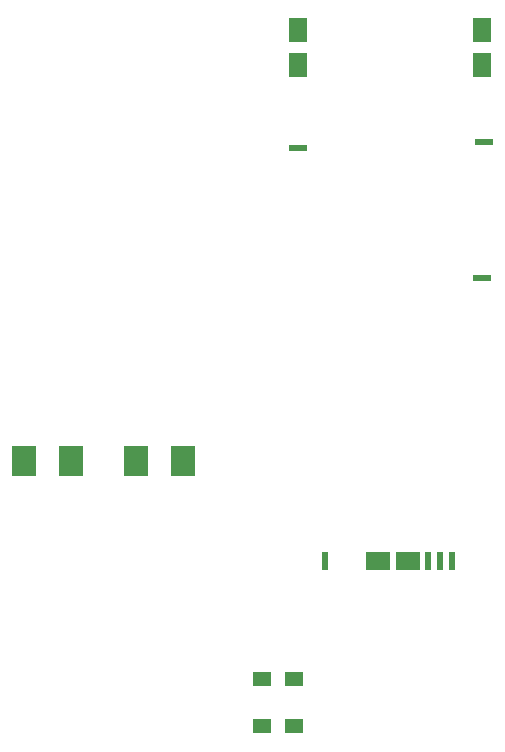
<source format=gbr>
G04 #@! TF.FileFunction,Paste,Top*
%FSLAX46Y46*%
G04 Gerber Fmt 4.6, Leading zero omitted, Abs format (unit mm)*
G04 Created by KiCad (PCBNEW 4.0.6) date 2017 May 30, Tuesday 14:38:27*
%MOMM*%
%LPD*%
G01*
G04 APERTURE LIST*
%ADD10C,0.100000*%
%ADD11R,1.500000X1.300000*%
%ADD12R,2.000000X2.500000*%
%ADD13R,2.000000X1.500000*%
%ADD14R,1.500000X0.500000*%
%ADD15R,0.500000X1.500000*%
%ADD16R,1.500000X2.000000*%
G04 APERTURE END LIST*
D10*
D11*
X103850000Y-123000000D03*
X101150000Y-123000000D03*
X103850000Y-119000000D03*
X101150000Y-119000000D03*
D12*
X85000000Y-100500000D03*
X81000000Y-100500000D03*
X94500000Y-100500000D03*
X90500000Y-100500000D03*
D13*
X111000000Y-109000000D03*
X113500000Y-109000000D03*
D14*
X119750000Y-85000000D03*
D15*
X116250000Y-109000000D03*
X115250000Y-109000000D03*
D16*
X104250000Y-64000000D03*
D15*
X117250000Y-109000000D03*
D16*
X119750000Y-64000000D03*
D15*
X106500000Y-109000000D03*
D14*
X104250000Y-74000000D03*
D16*
X104250000Y-67000000D03*
X119750000Y-67000000D03*
D14*
X120000000Y-73500000D03*
M02*

</source>
